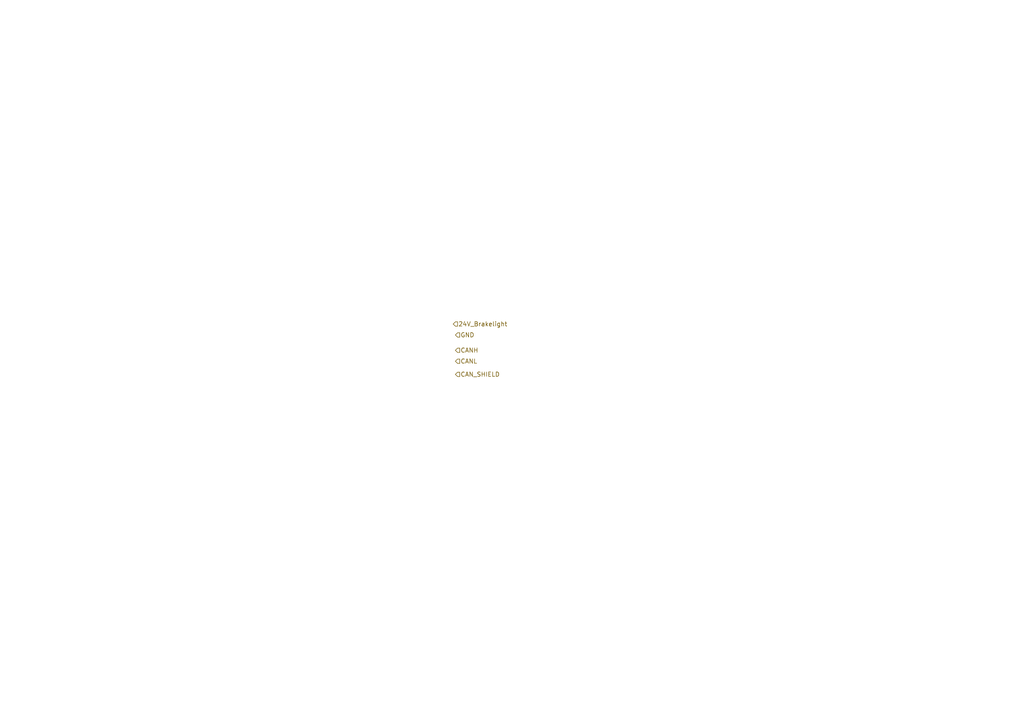
<source format=kicad_sch>
(kicad_sch (version 20230121) (generator eeschema)
  (paper "A4")
  (lib_symbols)
  (hierarchical_label "24V_Brakelight" (shape input) (at 131.445 93.98 0))
  (hierarchical_label "CANH" (shape input) (at 132.08 101.6 0))
  (hierarchical_label "CANL" (shape input) (at 132.08 104.775 0))
  (hierarchical_label "GND" (shape input) (at 132.08 97.155 0))
  (hierarchical_label "CAN_SHIELD" (shape input) (at 132.08 108.585 0))
)
</source>
